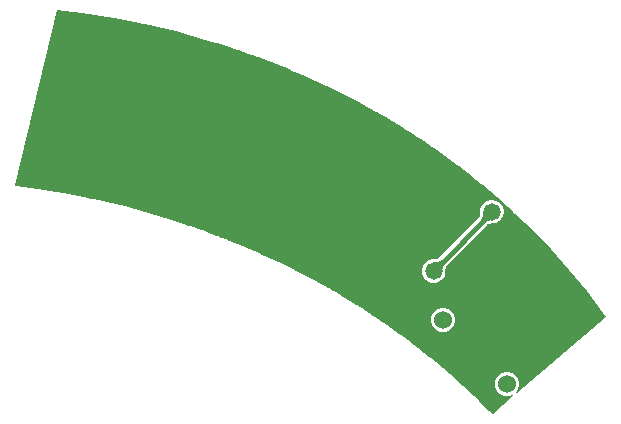
<source format=gtl>
G04*
G04 #@! TF.GenerationSoftware,Altium Limited,Altium Designer,22.1.2 (22)*
G04*
G04 Layer_Physical_Order=1*
G04 Layer_Color=255*
%FSAX25Y25*%
%MOIN*%
G70*
G04*
G04 #@! TF.SameCoordinates,52840A9D-D297-4D37-91E5-B5F5B050D136*
G04*
G04*
G04 #@! TF.FilePolarity,Positive*
G04*
G01*
G75*
%ADD13C,0.01500*%
%ADD14C,0.06000*%
%ADD15C,0.05800*%
G36*
X1184031Y1173613D02*
X1194567Y1171905D01*
X1203357Y1170157D01*
X1203364Y1170154D01*
X1203774Y1170067D01*
X1203807Y1170066D01*
X1204999Y1169829D01*
X1215067Y1167450D01*
X1225043Y1164713D01*
X1228443Y1163649D01*
Y1163649D01*
X1228801Y1163555D01*
X1228928Y1163542D01*
X1234163Y1161820D01*
X1234638Y1161664D01*
X1235118Y1161523D01*
X1235402Y1161428D01*
X1236204Y1161157D01*
X1237008Y1160883D01*
X1237809Y1160607D01*
X1238610Y1160329D01*
X1239412Y1160047D01*
X1239696Y1159947D01*
X1240210Y1159764D01*
X1240368Y1159708D01*
X1240867Y1159529D01*
X1241519Y1159294D01*
X1242175Y1159056D01*
X1242826Y1158817D01*
X1243699Y1158495D01*
X1244566Y1158171D01*
X1245438Y1157842D01*
X1245784Y1157710D01*
X1246063Y1157604D01*
X1246135Y1157576D01*
X1246208Y1157549D01*
X1246281Y1157521D01*
X1246281D01*
X1246300Y1157514D01*
X1247162Y1157181D01*
X1248026Y1156846D01*
X1248883Y1156509D01*
X1249745Y1156167D01*
X1250239Y1155969D01*
X1250603Y1155823D01*
X1251462Y1155476D01*
X1252316Y1155127D01*
X1253170Y1154775D01*
X1254025Y1154419D01*
X1254876Y1154061D01*
X1255729Y1153698D01*
X1255810Y1153682D01*
X1255879Y1153635D01*
X1255880Y1153634D01*
X1255880Y1153634D01*
X1255885Y1153632D01*
X1256576Y1153336D01*
X1256576Y1153335D01*
X1256579Y1153334D01*
X1257425Y1152968D01*
X1257433Y1152964D01*
X1257858Y1152779D01*
X1258273Y1152598D01*
X1259118Y1152225D01*
X1259118Y1152225D01*
X1259259Y1152162D01*
X1259714Y1151955D01*
Y1151955D01*
X1259714Y1151955D01*
X1266734Y1148734D01*
X1275418Y1144351D01*
X1281982Y1140723D01*
X1281982Y1140723D01*
X1282420Y1140482D01*
X1283115Y1140085D01*
X1283870Y1139651D01*
X1284614Y1139219D01*
X1285361Y1138782D01*
X1286066Y1138367D01*
X1286073Y1138341D01*
Y1138341D01*
X1289449Y1136363D01*
X1291443Y1135086D01*
X1291443Y1135086D01*
X1291453Y1135089D01*
X1291994Y1134749D01*
X1291994Y1134749D01*
X1292722Y1134289D01*
X1293451Y1133825D01*
X1294177Y1133359D01*
X1294862Y1132916D01*
X1294881Y1132904D01*
X1294881Y1132904D01*
X1294881Y1132904D01*
X1294900Y1132891D01*
X1295623Y1132420D01*
X1296345Y1131946D01*
X1297066Y1131469D01*
X1297785Y1130990D01*
X1298506Y1130505D01*
X1299226Y1130018D01*
X1299940Y1129531D01*
X1300653Y1129041D01*
X1301367Y1128546D01*
X1302074Y1128053D01*
X1302781Y1127555D01*
X1303487Y1127056D01*
X1304188Y1126555D01*
X1304887Y1126052D01*
X1305588Y1125545D01*
X1306282Y1125038D01*
X1306978Y1124526D01*
X1307673Y1124011D01*
X1308363Y1123495D01*
X1309054Y1122976D01*
X1309741Y1122455D01*
X1310427Y1121931D01*
X1311111Y1121406D01*
X1311794Y1120876D01*
X1312473Y1120346D01*
X1313154Y1119810D01*
X1313829Y1119275D01*
X1314614Y1118649D01*
X1315393Y1118021D01*
X1316173Y1117387D01*
X1316949Y1116751D01*
X1317724Y1116110D01*
X1318491Y1115470D01*
X1319256Y1114827D01*
X1320018Y1114181D01*
X1320777Y1113531D01*
X1321534Y1112878D01*
X1322162Y1112332D01*
X1322789Y1111783D01*
X1323413Y1111233D01*
X1324037Y1110678D01*
X1324656Y1110125D01*
X1325276Y1109565D01*
X1325892Y1109007D01*
X1326507Y1108444D01*
X1327119Y1107881D01*
X1327731Y1107314D01*
X1328339Y1106745D01*
X1328946Y1106175D01*
X1329626Y1105530D01*
X1330306Y1104881D01*
X1330981Y1104232D01*
X1331655Y1103578D01*
X1331760Y1103475D01*
X1331798Y1103438D01*
X1332149Y1103081D01*
X1332149Y1103081D01*
X1333794Y1101500D01*
X1340182Y1094855D01*
X1346305Y1087965D01*
X1352153Y1080840D01*
X1357716Y1073491D01*
X1358537Y1072313D01*
X1329005Y1047041D01*
X1328665Y1047408D01*
X1328755Y1047499D01*
X1329282Y1048411D01*
X1329554Y1049428D01*
Y1050482D01*
X1329282Y1051499D01*
X1328755Y1052411D01*
X1328010Y1053156D01*
X1327098Y1053682D01*
X1326081Y1053955D01*
X1325028D01*
X1324010Y1053682D01*
X1323098Y1053156D01*
X1322354Y1052411D01*
X1321827Y1051499D01*
X1321554Y1050482D01*
Y1049428D01*
X1321827Y1048411D01*
X1322354Y1047499D01*
X1323098Y1046754D01*
X1324010Y1046227D01*
X1325028Y1045955D01*
X1326081D01*
X1327098Y1046227D01*
X1327671Y1046558D01*
X1327961Y1046148D01*
X1320741Y1039970D01*
X1320597Y1040120D01*
X1319614Y1041061D01*
X1319263Y1041414D01*
X1319253Y1041428D01*
X1318905Y1041762D01*
X1316315Y1044248D01*
X1316197Y1044363D01*
X1316197Y1044363D01*
X1316196Y1044364D01*
X1316087Y1044470D01*
X1316086Y1044471D01*
X1316085Y1044472D01*
X1315408Y1045129D01*
X1315405Y1045131D01*
X1315404Y1045134D01*
X1314724Y1045788D01*
X1314721Y1045790D01*
X1314720Y1045792D01*
X1314038Y1046444D01*
X1314035Y1046445D01*
X1314033Y1046448D01*
X1313348Y1047097D01*
X1313346Y1047098D01*
X1313344Y1047101D01*
X1312733Y1047675D01*
X1312731Y1047677D01*
X1312729Y1047679D01*
X1312117Y1048251D01*
X1312114Y1048253D01*
X1312113Y1048255D01*
X1311498Y1048825D01*
X1311495Y1048826D01*
X1311494Y1048829D01*
X1310877Y1049396D01*
X1310875Y1049398D01*
X1310873Y1049400D01*
X1310254Y1049966D01*
X1310252Y1049967D01*
X1310250Y1049969D01*
X1309629Y1050533D01*
X1309627Y1050534D01*
X1309625Y1050536D01*
X1309002Y1051098D01*
X1309000Y1051099D01*
X1308998Y1051101D01*
X1308374Y1051660D01*
X1308371Y1051662D01*
X1308370Y1051664D01*
X1307743Y1052221D01*
X1307741Y1052222D01*
X1307739Y1052224D01*
X1307110Y1052779D01*
X1307108Y1052780D01*
X1307106Y1052782D01*
X1306476Y1053335D01*
X1306473Y1053336D01*
X1306472Y1053338D01*
X1305839Y1053888D01*
X1305836Y1053890D01*
X1305835Y1053892D01*
X1305073Y1054549D01*
X1305070Y1054551D01*
X1305068Y1054553D01*
X1304304Y1055207D01*
X1304301Y1055209D01*
X1304299Y1055211D01*
X1303532Y1055862D01*
X1303529Y1055864D01*
X1303527Y1055866D01*
X1302757Y1056514D01*
X1302754Y1056515D01*
X1302752Y1056518D01*
X1301980Y1057162D01*
X1301977Y1057163D01*
X1301975Y1057166D01*
X1301196Y1057810D01*
X1301194Y1057811D01*
X1301192Y1057814D01*
X1300410Y1058454D01*
X1300407Y1058456D01*
X1300405Y1058458D01*
X1299621Y1059095D01*
X1299618Y1059097D01*
X1299616Y1059099D01*
X1298830Y1059733D01*
X1298827Y1059735D01*
X1298825Y1059737D01*
X1298035Y1060368D01*
X1298033Y1060369D01*
X1298031Y1060371D01*
X1297350Y1060911D01*
X1297347Y1060912D01*
X1297346Y1060914D01*
X1296663Y1061451D01*
X1296660Y1061452D01*
X1296659Y1061455D01*
X1295974Y1061989D01*
X1295971Y1061990D01*
X1295969Y1061992D01*
X1295283Y1062525D01*
X1295280Y1062526D01*
X1295278Y1062528D01*
X1294590Y1063058D01*
X1294588Y1063059D01*
X1294586Y1063061D01*
X1293895Y1063588D01*
X1293893Y1063589D01*
X1293891Y1063591D01*
X1293199Y1064116D01*
X1293196Y1064117D01*
X1293194Y1064119D01*
X1292500Y1064641D01*
X1292498Y1064642D01*
X1292496Y1064644D01*
X1291800Y1065164D01*
X1291798Y1065165D01*
X1291796Y1065167D01*
X1291098Y1065684D01*
X1291095Y1065686D01*
X1291093Y1065688D01*
X1290394Y1066202D01*
X1290391Y1066203D01*
X1290389Y1066205D01*
X1289688Y1066718D01*
X1289686Y1066719D01*
X1289684Y1066721D01*
X1288980Y1067230D01*
X1288978Y1067231D01*
X1288976Y1067233D01*
X1288271Y1067740D01*
X1288268Y1067742D01*
X1288267Y1067744D01*
X1287560Y1068248D01*
X1287557Y1068249D01*
X1287555Y1068251D01*
X1286847Y1068753D01*
X1286844Y1068754D01*
X1286842Y1068756D01*
X1286132Y1069256D01*
X1286129Y1069257D01*
X1286128Y1069259D01*
X1285415Y1069756D01*
X1285413Y1069757D01*
X1285411Y1069759D01*
X1284694Y1070256D01*
X1284691Y1070257D01*
X1284690Y1070259D01*
X1283971Y1070753D01*
X1283968Y1070754D01*
X1283966Y1070756D01*
X1283245Y1071247D01*
X1283243Y1071249D01*
X1283241Y1071251D01*
X1282519Y1071739D01*
X1282516Y1071741D01*
X1282514Y1071743D01*
X1281790Y1072229D01*
X1281788Y1072230D01*
X1281786Y1072232D01*
X1281060Y1072716D01*
X1281057Y1072717D01*
X1281056Y1072719D01*
X1280332Y1073198D01*
X1280329Y1073199D01*
X1280327Y1073201D01*
X1279601Y1073677D01*
X1279599Y1073678D01*
X1279597Y1073680D01*
X1278869Y1074154D01*
X1278868Y1074155D01*
X1278867Y1074156D01*
X1278846Y1074169D01*
X1278846Y1074169D01*
X1278827Y1074182D01*
X1278827Y1074182D01*
X1278826Y1074182D01*
X1278751Y1074231D01*
X1278751Y1074231D01*
X1278751Y1074231D01*
X1278676Y1074280D01*
X1278676Y1074280D01*
X1278676Y1074280D01*
X1278601Y1074328D01*
X1278601Y1074328D01*
X1278601Y1074328D01*
X1278528Y1074376D01*
X1278528Y1074376D01*
X1278527Y1074376D01*
X1278453Y1074424D01*
X1278452Y1074424D01*
X1278452Y1074425D01*
X1278378Y1074472D01*
X1278378Y1074472D01*
X1278378Y1074473D01*
X1278305Y1074519D01*
X1278305Y1074520D01*
X1278305Y1074520D01*
X1278234Y1074566D01*
X1278234Y1074566D01*
X1278233Y1074566D01*
X1278165Y1074610D01*
X1278165Y1074610D01*
X1278165Y1074610D01*
X1278136Y1074629D01*
X1278136Y1074629D01*
X1278134Y1074630D01*
X1278133Y1074630D01*
X1278131Y1074632D01*
X1277401Y1075101D01*
X1277399Y1075101D01*
X1277397Y1075103D01*
X1277363Y1075124D01*
X1277363Y1075125D01*
X1277363Y1075125D01*
X1277339Y1075140D01*
X1277317Y1075154D01*
X1277317Y1075154D01*
X1277317Y1075154D01*
X1277298Y1075166D01*
X1277283Y1075176D01*
X1277282Y1075176D01*
X1277282Y1075176D01*
X1277269Y1075185D01*
X1277269Y1075185D01*
X1277269Y1075185D01*
X1277260Y1075190D01*
X1277260Y1075190D01*
X1277254Y1075194D01*
X1277254Y1075194D01*
X1277251Y1075196D01*
X1277250Y1075196D01*
X1277250Y1075197D01*
X1277249Y1075198D01*
X1277248Y1075198D01*
X1277248Y1075198D01*
X1277247Y1075199D01*
X1277242Y1075202D01*
X1277242Y1075202D01*
X1277242Y1075202D01*
X1277227Y1075212D01*
X1277226Y1075212D01*
X1277226Y1075212D01*
X1277213Y1075220D01*
X1277213Y1075220D01*
X1277213Y1075221D01*
X1277179Y1075242D01*
X1277179Y1075242D01*
X1277179Y1075242D01*
X1277134Y1075271D01*
X1277134Y1075271D01*
X1277134Y1075271D01*
X1277080Y1075305D01*
X1277079Y1075305D01*
X1277079Y1075306D01*
X1277048Y1075325D01*
X1277048Y1075325D01*
X1277015Y1075347D01*
X1277014Y1075347D01*
X1277014Y1075347D01*
X1276978Y1075370D01*
X1276978Y1075370D01*
X1276978Y1075370D01*
X1276939Y1075395D01*
X1276939Y1075395D01*
X1276939Y1075395D01*
X1276898Y1075421D01*
X1276898Y1075421D01*
X1276897Y1075421D01*
X1276854Y1075449D01*
X1276854Y1075449D01*
X1276854Y1075449D01*
X1276809Y1075478D01*
X1276809Y1075478D01*
X1276762Y1075508D01*
X1276762Y1075508D01*
X1276761Y1075508D01*
X1276662Y1075571D01*
X1276661Y1075571D01*
X1276659Y1075572D01*
X1275926Y1076036D01*
X1275923Y1076037D01*
X1275922Y1076039D01*
X1275890Y1076059D01*
X1275890Y1076059D01*
X1275890Y1076059D01*
X1275816Y1076106D01*
X1275815Y1076106D01*
X1275815Y1076106D01*
X1275740Y1076153D01*
X1275740Y1076153D01*
X1275740Y1076153D01*
X1275665Y1076200D01*
X1275665Y1076200D01*
X1275664Y1076201D01*
X1275589Y1076248D01*
X1275589Y1076248D01*
X1275589Y1076248D01*
X1275513Y1076295D01*
X1275513Y1076296D01*
X1275512Y1076296D01*
X1275376Y1076381D01*
X1275371Y1076384D01*
X1275371Y1076384D01*
X1275370Y1076385D01*
X1275296Y1076413D01*
X1273343Y1077664D01*
X1270042Y1079598D01*
X1269940Y1079690D01*
X1269909Y1079708D01*
X1269909Y1079708D01*
X1269909Y1079708D01*
X1269833Y1079753D01*
X1269832Y1079753D01*
X1269832Y1079753D01*
X1269756Y1079798D01*
X1269756Y1079798D01*
X1269756Y1079799D01*
X1269680Y1079843D01*
X1269680Y1079843D01*
X1269679Y1079844D01*
X1269604Y1079888D01*
X1269604Y1079888D01*
X1269603Y1079888D01*
X1269526Y1079934D01*
X1269526Y1079934D01*
X1269526Y1079934D01*
X1269449Y1079979D01*
X1269449Y1079979D01*
X1269449Y1079980D01*
X1269373Y1080024D01*
X1269373Y1080024D01*
X1269372Y1080024D01*
X1269298Y1080068D01*
X1269297Y1080068D01*
X1269297Y1080069D01*
X1269225Y1080111D01*
X1269225Y1080111D01*
X1269211Y1080119D01*
X1269211Y1080119D01*
X1269209Y1080120D01*
X1269207Y1080121D01*
X1269205Y1080122D01*
X1268456Y1080561D01*
X1268454Y1080561D01*
X1268453Y1080562D01*
X1268431Y1080575D01*
X1268431Y1080575D01*
X1268431Y1080575D01*
X1268431Y1080575D01*
X1268385Y1080602D01*
X1268385Y1080602D01*
X1268385Y1080602D01*
X1268343Y1080626D01*
X1268343Y1080627D01*
X1268343Y1080627D01*
X1268306Y1080648D01*
X1268306Y1080648D01*
X1268272Y1080668D01*
X1268272Y1080668D01*
X1268271Y1080668D01*
X1268241Y1080686D01*
X1268212Y1080702D01*
X1268212Y1080703D01*
X1268211Y1080703D01*
X1268186Y1080718D01*
X1268162Y1080731D01*
X1268162Y1080732D01*
X1268162Y1080732D01*
X1268142Y1080744D01*
X1268141Y1080744D01*
X1268113Y1080760D01*
X1268112Y1080760D01*
X1268112Y1080761D01*
X1268103Y1080766D01*
X1268093Y1080772D01*
X1268091Y1080772D01*
X1268090Y1080774D01*
X1268088Y1080775D01*
X1268088Y1080775D01*
X1268079Y1080780D01*
X1268077Y1080781D01*
X1268077Y1080781D01*
X1268037Y1080804D01*
X1268037Y1080804D01*
X1268037Y1080804D01*
X1267995Y1080828D01*
X1267995Y1080828D01*
X1267995Y1080829D01*
X1267971Y1080843D01*
X1267971Y1080843D01*
X1267971Y1080843D01*
X1267944Y1080858D01*
X1267944Y1080858D01*
X1267944Y1080858D01*
X1267914Y1080875D01*
X1267914Y1080876D01*
X1267914Y1080876D01*
X1267846Y1080915D01*
X1267846Y1080915D01*
X1267846Y1080915D01*
X1267808Y1080937D01*
X1267808Y1080937D01*
X1267807Y1080937D01*
X1267767Y1080961D01*
X1267767Y1080961D01*
X1267767Y1080961D01*
X1267700Y1080999D01*
X1267698Y1081000D01*
X1267696Y1081001D01*
X1266941Y1081436D01*
X1266938Y1081437D01*
X1266936Y1081439D01*
X1266179Y1081871D01*
X1266177Y1081872D01*
X1266175Y1081874D01*
X1266071Y1081933D01*
X1266071Y1081933D01*
X1266070Y1081933D01*
X1265793Y1082090D01*
X1265712Y1082117D01*
X1259143Y1085748D01*
X1250358Y1090183D01*
X1243320Y1093411D01*
X1243260Y1093454D01*
X1243015Y1093563D01*
X1243015Y1093563D01*
X1243014Y1093563D01*
X1243014Y1093563D01*
X1242938Y1093597D01*
X1242937Y1093597D01*
X1242937Y1093597D01*
X1242937Y1093597D01*
X1242862Y1093631D01*
X1242861Y1093631D01*
X1242861Y1093631D01*
X1242786Y1093664D01*
X1242786Y1093664D01*
X1242786Y1093665D01*
X1242711Y1093697D01*
X1242711Y1093697D01*
X1242711Y1093698D01*
X1242658Y1093721D01*
X1242656Y1093721D01*
X1242655Y1093723D01*
X1242635Y1093731D01*
X1242635Y1093731D01*
X1242635Y1093731D01*
X1242561Y1093764D01*
X1242560Y1093764D01*
X1242560Y1093764D01*
X1242487Y1093797D01*
X1242487Y1093797D01*
X1242486Y1093797D01*
X1242414Y1093829D01*
X1242414Y1093829D01*
X1242414Y1093829D01*
X1242346Y1093859D01*
X1242345Y1093859D01*
X1242345Y1093859D01*
X1242278Y1093889D01*
X1242278Y1093889D01*
X1242278Y1093889D01*
X1242212Y1093918D01*
X1242212Y1093918D01*
X1242212Y1093918D01*
X1242148Y1093946D01*
X1242148Y1093946D01*
X1242148Y1093946D01*
X1242084Y1093974D01*
X1242084Y1093974D01*
X1242084Y1093975D01*
X1242023Y1094002D01*
X1242022Y1094002D01*
X1242022Y1094002D01*
X1241963Y1094028D01*
X1241963Y1094028D01*
X1241963Y1094028D01*
X1241906Y1094053D01*
X1241905Y1094053D01*
X1241853Y1094076D01*
X1241853Y1094076D01*
X1241803Y1094098D01*
X1241801Y1094099D01*
X1241800Y1094100D01*
X1241755Y1094119D01*
X1241755Y1094119D01*
X1241710Y1094139D01*
X1241710Y1094139D01*
X1241710Y1094139D01*
X1241666Y1094158D01*
X1241666Y1094158D01*
X1241666Y1094158D01*
X1241625Y1094176D01*
X1241625Y1094176D01*
X1241625Y1094176D01*
X1241587Y1094193D01*
X1241587Y1094193D01*
X1241587Y1094193D01*
X1241552Y1094208D01*
X1241552Y1094208D01*
X1241522Y1094221D01*
X1241522Y1094221D01*
X1241522Y1094221D01*
X1241494Y1094233D01*
X1241494Y1094233D01*
X1241494Y1094233D01*
X1241470Y1094244D01*
X1241470Y1094244D01*
X1241470Y1094244D01*
X1241448Y1094254D01*
X1241448Y1094254D01*
X1241448Y1094254D01*
X1241448Y1094254D01*
X1241414Y1094269D01*
X1241414Y1094269D01*
X1241414Y1094269D01*
X1241414Y1094269D01*
X1241401Y1094274D01*
X1241401Y1094274D01*
X1241401Y1094274D01*
X1241401Y1094274D01*
X1241389Y1094279D01*
X1241389Y1094279D01*
X1241385Y1094281D01*
X1241385Y1094281D01*
X1241382Y1094282D01*
X1241382Y1094282D01*
X1241382Y1094283D01*
X1241382Y1094283D01*
X1241371Y1094287D01*
X1241371Y1094287D01*
X1241370Y1094288D01*
X1241370Y1094288D01*
X1241345Y1094299D01*
X1241345Y1094299D01*
X1241345Y1094299D01*
X1241328Y1094306D01*
X1241327Y1094306D01*
X1241327Y1094306D01*
X1241307Y1094315D01*
X1241307Y1094315D01*
X1241283Y1094326D01*
X1241283Y1094326D01*
X1241283Y1094326D01*
X1241257Y1094337D01*
X1241257Y1094337D01*
X1241257Y1094337D01*
X1241228Y1094350D01*
X1241228Y1094350D01*
X1241196Y1094364D01*
X1241196Y1094364D01*
X1241196Y1094364D01*
X1241162Y1094379D01*
X1241161Y1094379D01*
X1241161Y1094379D01*
X1241082Y1094413D01*
X1241082Y1094413D01*
X1241082Y1094413D01*
X1241038Y1094432D01*
X1241038Y1094432D01*
X1241038Y1094433D01*
X1240992Y1094453D01*
X1240992Y1094453D01*
X1240944Y1094473D01*
X1240943Y1094474D01*
X1240942Y1094474D01*
X1240894Y1094495D01*
X1240893Y1094495D01*
X1240841Y1094518D01*
X1240841Y1094518D01*
X1240841Y1094518D01*
X1240786Y1094542D01*
X1240786Y1094542D01*
X1240786Y1094542D01*
X1240728Y1094567D01*
X1240727Y1094567D01*
X1240669Y1094592D01*
X1240667Y1094594D01*
X1240605Y1094620D01*
X1240603Y1094621D01*
X1240543Y1094647D01*
X1240541Y1094648D01*
X1240476Y1094676D01*
X1240476Y1094676D01*
X1240476Y1094676D01*
X1240409Y1094705D01*
X1240409Y1094705D01*
X1240409Y1094705D01*
X1240341Y1094735D01*
X1240341Y1094735D01*
X1240341Y1094735D01*
X1240272Y1094765D01*
X1240271Y1094765D01*
X1240271Y1094765D01*
X1240199Y1094796D01*
X1240198Y1094796D01*
X1240125Y1094828D01*
X1240125Y1094828D01*
X1240088Y1094844D01*
X1240088Y1094844D01*
X1240087Y1094844D01*
X1240050Y1094860D01*
X1240050Y1094860D01*
X1240050Y1094860D01*
X1239974Y1094893D01*
X1239974Y1094893D01*
X1239974Y1094893D01*
X1239901Y1094924D01*
X1239900Y1094924D01*
X1239900Y1094925D01*
X1239826Y1094956D01*
X1239826Y1094956D01*
X1239826Y1094956D01*
X1239752Y1094988D01*
X1239752Y1094988D01*
X1239751Y1094989D01*
X1239677Y1095021D01*
X1239676Y1095021D01*
X1239676Y1095021D01*
X1239601Y1095053D01*
X1239601Y1095053D01*
X1239601Y1095053D01*
X1239526Y1095085D01*
X1239526Y1095085D01*
X1239526Y1095085D01*
X1239383Y1095146D01*
X1239297Y1095164D01*
X1239225Y1095214D01*
X1238369Y1095577D01*
X1238366Y1095578D01*
X1238364Y1095579D01*
X1237507Y1095940D01*
X1237504Y1095940D01*
X1237502Y1095942D01*
X1236644Y1096299D01*
X1236641Y1096300D01*
X1236639Y1096301D01*
X1235780Y1096656D01*
X1235777Y1096656D01*
X1235775Y1096658D01*
X1234914Y1097009D01*
X1234912Y1097010D01*
X1234910Y1097011D01*
X1234048Y1097360D01*
X1234046Y1097360D01*
X1234044Y1097361D01*
X1233678Y1097509D01*
X1233677Y1097509D01*
X1233675Y1097509D01*
X1233319Y1097652D01*
X1233318Y1097652D01*
X1233318Y1097652D01*
X1233318Y1097652D01*
X1233241Y1097683D01*
X1233241Y1097683D01*
X1233240Y1097683D01*
X1233240Y1097684D01*
X1233179Y1097708D01*
X1233177Y1097708D01*
X1233175Y1097709D01*
X1232311Y1098052D01*
X1232309Y1098053D01*
X1232307Y1098054D01*
X1232281Y1098064D01*
X1232281Y1098064D01*
X1232281Y1098064D01*
X1232216Y1098090D01*
X1232216Y1098090D01*
X1232216Y1098090D01*
X1232153Y1098115D01*
X1232153Y1098115D01*
X1232152Y1098115D01*
X1232094Y1098138D01*
X1232094Y1098138D01*
X1232094Y1098138D01*
X1232037Y1098160D01*
X1232036Y1098160D01*
X1232036Y1098160D01*
X1231982Y1098182D01*
X1231982Y1098182D01*
X1231982Y1098182D01*
X1231930Y1098202D01*
X1231902Y1098207D01*
X1231878Y1098223D01*
X1231830Y1098242D01*
X1231830Y1098242D01*
X1231829Y1098242D01*
X1231784Y1098260D01*
X1231783Y1098260D01*
X1231783Y1098260D01*
X1231740Y1098277D01*
X1231701Y1098284D01*
X1231666Y1098306D01*
X1231633Y1098319D01*
X1231633Y1098319D01*
X1231633Y1098319D01*
X1231575Y1098341D01*
X1231575Y1098341D01*
X1231575Y1098341D01*
X1231551Y1098351D01*
X1231551Y1098351D01*
X1231550Y1098351D01*
X1231530Y1098359D01*
X1231529Y1098359D01*
X1231512Y1098366D01*
X1231511Y1098366D01*
X1231498Y1098372D01*
X1231497Y1098372D01*
X1231497Y1098372D01*
X1231486Y1098376D01*
X1231486Y1098376D01*
X1231486Y1098376D01*
X1231478Y1098379D01*
X1231478D01*
X1231472Y1098382D01*
X1231472Y1098382D01*
X1231471Y1098382D01*
X1231459Y1098387D01*
X1231458Y1098387D01*
X1231457Y1098388D01*
X1231432Y1098398D01*
X1231432Y1098398D01*
X1231415Y1098404D01*
X1231415Y1098404D01*
X1231414Y1098404D01*
X1231414Y1098405D01*
X1231369Y1098422D01*
X1231369Y1098422D01*
X1231368Y1098422D01*
X1231342Y1098433D01*
X1231342Y1098433D01*
X1231341Y1098433D01*
X1231279Y1098457D01*
X1231279Y1098457D01*
X1231279Y1098457D01*
X1231244Y1098471D01*
X1231244Y1098471D01*
X1231244Y1098471D01*
X1231205Y1098486D01*
X1231205Y1098486D01*
X1231205Y1098486D01*
X1231162Y1098503D01*
X1231161Y1098503D01*
X1231022Y1098557D01*
X1231021Y1098558D01*
X1230970Y1098578D01*
X1230969Y1098578D01*
X1230969Y1098578D01*
X1230916Y1098599D01*
X1230916Y1098599D01*
X1230916Y1098599D01*
X1230860Y1098620D01*
X1230860Y1098620D01*
X1230859Y1098620D01*
X1230800Y1098643D01*
X1230800Y1098643D01*
X1230800Y1098643D01*
X1230738Y1098667D01*
X1230738Y1098668D01*
X1230738Y1098668D01*
X1230674Y1098692D01*
X1230674Y1098692D01*
X1230674Y1098692D01*
X1230609Y1098718D01*
X1230609Y1098718D01*
X1230608Y1098718D01*
X1230569Y1098733D01*
X1230567Y1098733D01*
X1230565Y1098734D01*
X1229698Y1099069D01*
X1229696Y1099069D01*
X1229694Y1099070D01*
X1229675Y1099077D01*
X1229675Y1099077D01*
X1229674Y1099077D01*
X1229674Y1099077D01*
X1229601Y1099105D01*
X1229601Y1099105D01*
X1229601Y1099106D01*
X1229601Y1099106D01*
X1229527Y1099134D01*
X1229527Y1099134D01*
X1229527Y1099134D01*
X1229527Y1099134D01*
X1229475Y1099154D01*
X1229455Y1099162D01*
X1229455Y1099162D01*
X1229454Y1099162D01*
X1229453Y1099162D01*
X1229453Y1099162D01*
X1229173Y1099269D01*
X1229172Y1099269D01*
X1229171Y1099270D01*
X1228823Y1099402D01*
X1228821Y1099402D01*
X1228819Y1099403D01*
X1227946Y1099733D01*
X1227943Y1099733D01*
X1227941Y1099734D01*
X1227067Y1100061D01*
X1227064Y1100061D01*
X1227062Y1100063D01*
X1226187Y1100386D01*
X1226184Y1100387D01*
X1226182Y1100388D01*
X1225525Y1100629D01*
X1225523Y1100629D01*
X1225521Y1100630D01*
X1224863Y1100869D01*
X1224861Y1100869D01*
X1224860Y1100870D01*
X1224201Y1101108D01*
X1224199Y1101108D01*
X1224198Y1101109D01*
X1223697Y1101288D01*
X1223610Y1101301D01*
X1223535Y1101346D01*
X1223018Y1101530D01*
X1223017Y1101530D01*
X1223016Y1101530D01*
X1222729Y1101632D01*
X1222727Y1101632D01*
X1222726Y1101633D01*
X1221921Y1101916D01*
X1221919Y1101916D01*
X1221917Y1101917D01*
X1221111Y1102197D01*
X1221109Y1102197D01*
X1221107Y1102199D01*
X1220301Y1102476D01*
X1220299Y1102477D01*
X1220297Y1102478D01*
X1219490Y1102753D01*
X1219488Y1102753D01*
X1219486Y1102754D01*
X1218678Y1103027D01*
X1218676Y1103027D01*
X1218675Y1103028D01*
X1218177Y1103195D01*
X1218175Y1103195D01*
X1218174Y1103196D01*
X1217910Y1103284D01*
X1217766Y1103302D01*
X1212008Y1105197D01*
X1212002Y1105179D01*
X1212001Y1105179D01*
X1211647Y1105288D01*
X1211523Y1105300D01*
X1208202Y1106340D01*
X1198121Y1109106D01*
X1187947Y1111510D01*
X1186722Y1111754D01*
X1186710Y1111759D01*
X1186300Y1111846D01*
X1186261Y1111847D01*
X1177408Y1113607D01*
X1166765Y1115332D01*
X1161777Y1115958D01*
X1161493Y1116370D01*
X1175514Y1174682D01*
X1184031Y1173613D01*
D02*
G37*
%LPC*%
G36*
X1321059Y1111275D02*
X1320033D01*
X1319041Y1111010D01*
X1318151Y1110496D01*
X1317425Y1109770D01*
X1316912Y1108881D01*
X1316646Y1107889D01*
Y1107417D01*
X1316627Y1107324D01*
X1316625Y1107003D01*
X1316609Y1106730D01*
X1316579Y1106481D01*
X1316537Y1106258D01*
X1316485Y1106058D01*
X1316423Y1105882D01*
X1316353Y1105728D01*
X1316276Y1105594D01*
X1316215Y1105509D01*
X1302891Y1091928D01*
X1302807Y1091866D01*
X1302675Y1091787D01*
X1302522Y1091714D01*
X1302347Y1091648D01*
X1302149Y1091592D01*
X1301926Y1091546D01*
X1301678Y1091511D01*
X1301406Y1091490D01*
X1301084Y1091482D01*
X1300998Y1091463D01*
X1300594D01*
X1299603Y1091197D01*
X1298713Y1090683D01*
X1297987Y1089957D01*
X1297474Y1089068D01*
X1297208Y1088076D01*
Y1087049D01*
X1297474Y1086057D01*
X1297987Y1085168D01*
X1298713Y1084442D01*
X1299603Y1083928D01*
X1300594Y1083663D01*
X1301621D01*
X1302613Y1083928D01*
X1303502Y1084442D01*
X1304229Y1085168D01*
X1304742Y1086057D01*
X1305008Y1087049D01*
Y1087521D01*
X1305027Y1087614D01*
X1305029Y1087936D01*
X1305045Y1088208D01*
X1305074Y1088457D01*
X1305116Y1088681D01*
X1305169Y1088880D01*
X1305231Y1089056D01*
X1305301Y1089210D01*
X1305378Y1089344D01*
X1305439Y1089429D01*
X1318762Y1103010D01*
X1318846Y1103072D01*
X1318979Y1103152D01*
X1319132Y1103224D01*
X1319306Y1103290D01*
X1319505Y1103346D01*
X1319728Y1103393D01*
X1319975Y1103427D01*
X1320248Y1103448D01*
X1320569Y1103456D01*
X1320655Y1103475D01*
X1321059D01*
X1322051Y1103741D01*
X1322941Y1104255D01*
X1323667Y1104981D01*
X1324180Y1105870D01*
X1324446Y1106862D01*
Y1107889D01*
X1324180Y1108881D01*
X1323667Y1109770D01*
X1322941Y1110496D01*
X1322051Y1111010D01*
X1321059Y1111275D01*
D02*
G37*
G36*
X1304732Y1075304D02*
X1303679D01*
X1302662Y1075031D01*
X1301750Y1074504D01*
X1301005Y1073760D01*
X1300478Y1072848D01*
X1300206Y1071830D01*
Y1070777D01*
X1300478Y1069760D01*
X1301005Y1068848D01*
X1301750Y1068103D01*
X1302662Y1067576D01*
X1303679Y1067304D01*
X1304732D01*
X1305750Y1067576D01*
X1306662Y1068103D01*
X1307407Y1068848D01*
X1307933Y1069760D01*
X1308206Y1070777D01*
Y1071830D01*
X1307933Y1072848D01*
X1307407Y1073760D01*
X1306662Y1074504D01*
X1305750Y1075031D01*
X1304732Y1075304D01*
D02*
G37*
%LPD*%
G36*
X1320545Y1104475D02*
X1320195Y1104467D01*
X1319865Y1104441D01*
X1319554Y1104398D01*
X1319261Y1104337D01*
X1318987Y1104259D01*
X1318732Y1104164D01*
X1318496Y1104051D01*
X1318279Y1103921D01*
X1318081Y1103773D01*
X1317901Y1103609D01*
X1316830Y1104659D01*
X1316992Y1104842D01*
X1317135Y1105043D01*
X1317261Y1105263D01*
X1317369Y1105501D01*
X1317460Y1105758D01*
X1317533Y1106033D01*
X1317588Y1106327D01*
X1317625Y1106639D01*
X1317645Y1106970D01*
X1317646Y1107319D01*
X1320545Y1104475D01*
D02*
G37*
G36*
X1304824Y1090279D02*
X1304662Y1090096D01*
X1304519Y1089895D01*
X1304393Y1089675D01*
X1304284Y1089437D01*
X1304194Y1089180D01*
X1304121Y1088905D01*
X1304066Y1088611D01*
X1304029Y1088299D01*
X1304009Y1087969D01*
X1304007Y1087619D01*
X1301109Y1090463D01*
X1301458Y1090471D01*
X1301789Y1090497D01*
X1302100Y1090540D01*
X1302392Y1090601D01*
X1302666Y1090679D01*
X1302921Y1090774D01*
X1303157Y1090887D01*
X1303375Y1091017D01*
X1303573Y1091165D01*
X1303753Y1091330D01*
X1304824Y1090279D01*
D02*
G37*
D13*
X1301108Y1087563D02*
X1320546Y1107375D01*
D14*
X1304206Y1071304D02*
D03*
X1325554Y1049955D02*
D03*
D15*
X1301108Y1087563D02*
D03*
X1217146Y1133975D02*
D03*
X1320546Y1107375D02*
D03*
M02*

</source>
